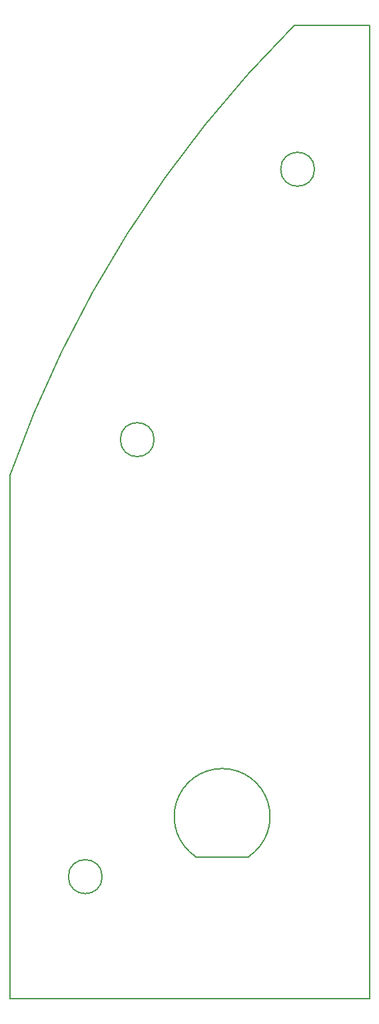
<source format=gbr>
G04 #@! TF.GenerationSoftware,KiCad,Pcbnew,(5.1.6)-1*
G04 #@! TF.CreationDate,2020-11-25T12:38:54+11:00*
G04 #@! TF.ProjectId,MasterModePushbutton,4d617374-6572-44d6-9f64-655075736862,rev?*
G04 #@! TF.SameCoordinates,Original*
G04 #@! TF.FileFunction,Profile,NP*
%FSLAX46Y46*%
G04 Gerber Fmt 4.6, Leading zero omitted, Abs format (unit mm)*
G04 Created by KiCad (PCBNEW (5.1.6)-1) date 2020-11-25 12:38:54*
%MOMM*%
%LPD*%
G01*
G04 APERTURE LIST*
G04 #@! TA.AperFunction,Profile*
%ADD10C,0.200000*%
G04 #@! TD*
G04 APERTURE END LIST*
D10*
X221958798Y-134560480D02*
G75*
G02*
X228620962Y-134560480I3331082J5105400D01*
G01*
X198302380Y-86211580D02*
G75*
G02*
X234497380Y-29061581I143636903J-50933289D01*
G01*
X221958799Y-134560480D02*
X228620962Y-134560480D01*
X198302380Y-152569080D02*
X244022380Y-152569080D01*
X244022380Y-152569080D02*
X244022380Y-29061580D01*
X244022380Y-29061580D02*
X234497380Y-29061580D01*
X198302380Y-86211580D02*
X198302380Y-152569080D01*
X237031030Y-47349580D02*
G75*
G03*
X237031030Y-47349580I-2152650J0D01*
G01*
X216647530Y-81639580D02*
G75*
G03*
X216647530Y-81639580I-2152650J0D01*
G01*
X210043530Y-137075080D02*
G75*
G03*
X210043530Y-137075080I-2152650J0D01*
G01*
M02*

</source>
